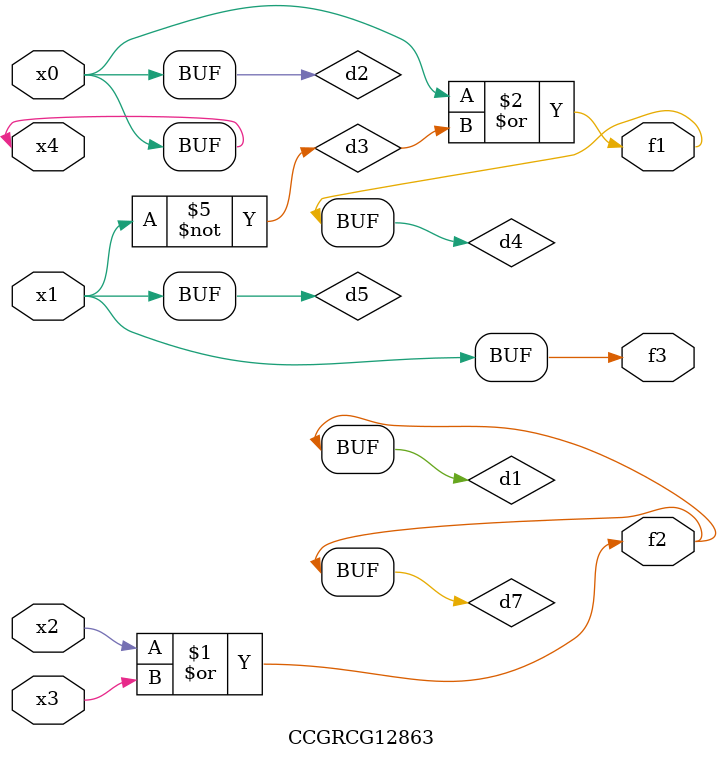
<source format=v>
module CCGRCG12863(
	input x0, x1, x2, x3, x4,
	output f1, f2, f3
);

	wire d1, d2, d3, d4, d5, d6, d7;

	or (d1, x2, x3);
	buf (d2, x0, x4);
	not (d3, x1);
	or (d4, d2, d3);
	not (d5, d3);
	nand (d6, d1, d3);
	or (d7, d1);
	assign f1 = d4;
	assign f2 = d7;
	assign f3 = d5;
endmodule

</source>
